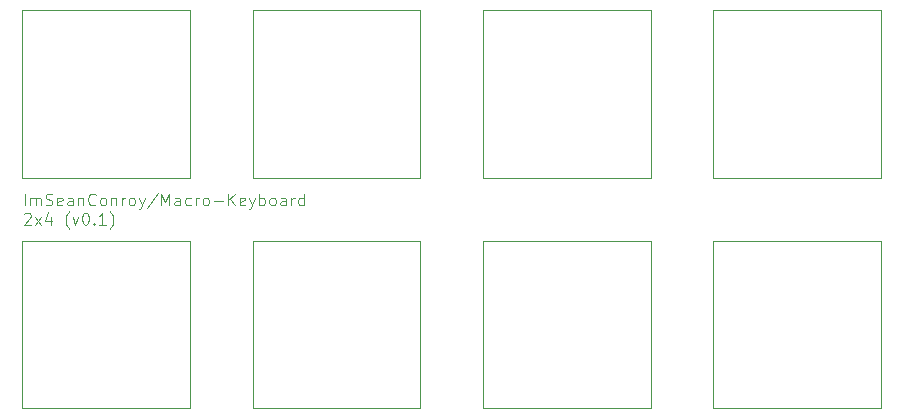
<source format=gbr>
G04 #@! TF.GenerationSoftware,KiCad,Pcbnew,8.0.6*
G04 #@! TF.CreationDate,2025-01-18T20:04:13+00:00*
G04 #@! TF.ProjectId,macro-keyboard,6d616372-6f2d-46b6-9579-626f6172642e,rev?*
G04 #@! TF.SameCoordinates,Original*
G04 #@! TF.FileFunction,Legend,Top*
G04 #@! TF.FilePolarity,Positive*
%FSLAX46Y46*%
G04 Gerber Fmt 4.6, Leading zero omitted, Abs format (unit mm)*
G04 Created by KiCad (PCBNEW 8.0.6) date 2025-01-18 20:04:13*
%MOMM*%
%LPD*%
G01*
G04 APERTURE LIST*
%ADD10C,0.100000*%
%ADD11C,0.120000*%
G04 APERTURE END LIST*
D10*
X110303884Y-98262475D02*
X110303884Y-97262475D01*
X110780074Y-98262475D02*
X110780074Y-97595808D01*
X110780074Y-97691046D02*
X110827693Y-97643427D01*
X110827693Y-97643427D02*
X110922931Y-97595808D01*
X110922931Y-97595808D02*
X111065788Y-97595808D01*
X111065788Y-97595808D02*
X111161026Y-97643427D01*
X111161026Y-97643427D02*
X111208645Y-97738665D01*
X111208645Y-97738665D02*
X111208645Y-98262475D01*
X111208645Y-97738665D02*
X111256264Y-97643427D01*
X111256264Y-97643427D02*
X111351502Y-97595808D01*
X111351502Y-97595808D02*
X111494359Y-97595808D01*
X111494359Y-97595808D02*
X111589598Y-97643427D01*
X111589598Y-97643427D02*
X111637217Y-97738665D01*
X111637217Y-97738665D02*
X111637217Y-98262475D01*
X112065788Y-98214856D02*
X112208645Y-98262475D01*
X112208645Y-98262475D02*
X112446740Y-98262475D01*
X112446740Y-98262475D02*
X112541978Y-98214856D01*
X112541978Y-98214856D02*
X112589597Y-98167236D01*
X112589597Y-98167236D02*
X112637216Y-98071998D01*
X112637216Y-98071998D02*
X112637216Y-97976760D01*
X112637216Y-97976760D02*
X112589597Y-97881522D01*
X112589597Y-97881522D02*
X112541978Y-97833903D01*
X112541978Y-97833903D02*
X112446740Y-97786284D01*
X112446740Y-97786284D02*
X112256264Y-97738665D01*
X112256264Y-97738665D02*
X112161026Y-97691046D01*
X112161026Y-97691046D02*
X112113407Y-97643427D01*
X112113407Y-97643427D02*
X112065788Y-97548189D01*
X112065788Y-97548189D02*
X112065788Y-97452951D01*
X112065788Y-97452951D02*
X112113407Y-97357713D01*
X112113407Y-97357713D02*
X112161026Y-97310094D01*
X112161026Y-97310094D02*
X112256264Y-97262475D01*
X112256264Y-97262475D02*
X112494359Y-97262475D01*
X112494359Y-97262475D02*
X112637216Y-97310094D01*
X113446740Y-98214856D02*
X113351502Y-98262475D01*
X113351502Y-98262475D02*
X113161026Y-98262475D01*
X113161026Y-98262475D02*
X113065788Y-98214856D01*
X113065788Y-98214856D02*
X113018169Y-98119617D01*
X113018169Y-98119617D02*
X113018169Y-97738665D01*
X113018169Y-97738665D02*
X113065788Y-97643427D01*
X113065788Y-97643427D02*
X113161026Y-97595808D01*
X113161026Y-97595808D02*
X113351502Y-97595808D01*
X113351502Y-97595808D02*
X113446740Y-97643427D01*
X113446740Y-97643427D02*
X113494359Y-97738665D01*
X113494359Y-97738665D02*
X113494359Y-97833903D01*
X113494359Y-97833903D02*
X113018169Y-97929141D01*
X114351502Y-98262475D02*
X114351502Y-97738665D01*
X114351502Y-97738665D02*
X114303883Y-97643427D01*
X114303883Y-97643427D02*
X114208645Y-97595808D01*
X114208645Y-97595808D02*
X114018169Y-97595808D01*
X114018169Y-97595808D02*
X113922931Y-97643427D01*
X114351502Y-98214856D02*
X114256264Y-98262475D01*
X114256264Y-98262475D02*
X114018169Y-98262475D01*
X114018169Y-98262475D02*
X113922931Y-98214856D01*
X113922931Y-98214856D02*
X113875312Y-98119617D01*
X113875312Y-98119617D02*
X113875312Y-98024379D01*
X113875312Y-98024379D02*
X113922931Y-97929141D01*
X113922931Y-97929141D02*
X114018169Y-97881522D01*
X114018169Y-97881522D02*
X114256264Y-97881522D01*
X114256264Y-97881522D02*
X114351502Y-97833903D01*
X114827693Y-97595808D02*
X114827693Y-98262475D01*
X114827693Y-97691046D02*
X114875312Y-97643427D01*
X114875312Y-97643427D02*
X114970550Y-97595808D01*
X114970550Y-97595808D02*
X115113407Y-97595808D01*
X115113407Y-97595808D02*
X115208645Y-97643427D01*
X115208645Y-97643427D02*
X115256264Y-97738665D01*
X115256264Y-97738665D02*
X115256264Y-98262475D01*
X116303883Y-98167236D02*
X116256264Y-98214856D01*
X116256264Y-98214856D02*
X116113407Y-98262475D01*
X116113407Y-98262475D02*
X116018169Y-98262475D01*
X116018169Y-98262475D02*
X115875312Y-98214856D01*
X115875312Y-98214856D02*
X115780074Y-98119617D01*
X115780074Y-98119617D02*
X115732455Y-98024379D01*
X115732455Y-98024379D02*
X115684836Y-97833903D01*
X115684836Y-97833903D02*
X115684836Y-97691046D01*
X115684836Y-97691046D02*
X115732455Y-97500570D01*
X115732455Y-97500570D02*
X115780074Y-97405332D01*
X115780074Y-97405332D02*
X115875312Y-97310094D01*
X115875312Y-97310094D02*
X116018169Y-97262475D01*
X116018169Y-97262475D02*
X116113407Y-97262475D01*
X116113407Y-97262475D02*
X116256264Y-97310094D01*
X116256264Y-97310094D02*
X116303883Y-97357713D01*
X116875312Y-98262475D02*
X116780074Y-98214856D01*
X116780074Y-98214856D02*
X116732455Y-98167236D01*
X116732455Y-98167236D02*
X116684836Y-98071998D01*
X116684836Y-98071998D02*
X116684836Y-97786284D01*
X116684836Y-97786284D02*
X116732455Y-97691046D01*
X116732455Y-97691046D02*
X116780074Y-97643427D01*
X116780074Y-97643427D02*
X116875312Y-97595808D01*
X116875312Y-97595808D02*
X117018169Y-97595808D01*
X117018169Y-97595808D02*
X117113407Y-97643427D01*
X117113407Y-97643427D02*
X117161026Y-97691046D01*
X117161026Y-97691046D02*
X117208645Y-97786284D01*
X117208645Y-97786284D02*
X117208645Y-98071998D01*
X117208645Y-98071998D02*
X117161026Y-98167236D01*
X117161026Y-98167236D02*
X117113407Y-98214856D01*
X117113407Y-98214856D02*
X117018169Y-98262475D01*
X117018169Y-98262475D02*
X116875312Y-98262475D01*
X117637217Y-97595808D02*
X117637217Y-98262475D01*
X117637217Y-97691046D02*
X117684836Y-97643427D01*
X117684836Y-97643427D02*
X117780074Y-97595808D01*
X117780074Y-97595808D02*
X117922931Y-97595808D01*
X117922931Y-97595808D02*
X118018169Y-97643427D01*
X118018169Y-97643427D02*
X118065788Y-97738665D01*
X118065788Y-97738665D02*
X118065788Y-98262475D01*
X118541979Y-98262475D02*
X118541979Y-97595808D01*
X118541979Y-97786284D02*
X118589598Y-97691046D01*
X118589598Y-97691046D02*
X118637217Y-97643427D01*
X118637217Y-97643427D02*
X118732455Y-97595808D01*
X118732455Y-97595808D02*
X118827693Y-97595808D01*
X119303884Y-98262475D02*
X119208646Y-98214856D01*
X119208646Y-98214856D02*
X119161027Y-98167236D01*
X119161027Y-98167236D02*
X119113408Y-98071998D01*
X119113408Y-98071998D02*
X119113408Y-97786284D01*
X119113408Y-97786284D02*
X119161027Y-97691046D01*
X119161027Y-97691046D02*
X119208646Y-97643427D01*
X119208646Y-97643427D02*
X119303884Y-97595808D01*
X119303884Y-97595808D02*
X119446741Y-97595808D01*
X119446741Y-97595808D02*
X119541979Y-97643427D01*
X119541979Y-97643427D02*
X119589598Y-97691046D01*
X119589598Y-97691046D02*
X119637217Y-97786284D01*
X119637217Y-97786284D02*
X119637217Y-98071998D01*
X119637217Y-98071998D02*
X119589598Y-98167236D01*
X119589598Y-98167236D02*
X119541979Y-98214856D01*
X119541979Y-98214856D02*
X119446741Y-98262475D01*
X119446741Y-98262475D02*
X119303884Y-98262475D01*
X119970551Y-97595808D02*
X120208646Y-98262475D01*
X120446741Y-97595808D02*
X120208646Y-98262475D01*
X120208646Y-98262475D02*
X120113408Y-98500570D01*
X120113408Y-98500570D02*
X120065789Y-98548189D01*
X120065789Y-98548189D02*
X119970551Y-98595808D01*
X121541979Y-97214856D02*
X120684837Y-98500570D01*
X121875313Y-98262475D02*
X121875313Y-97262475D01*
X121875313Y-97262475D02*
X122208646Y-97976760D01*
X122208646Y-97976760D02*
X122541979Y-97262475D01*
X122541979Y-97262475D02*
X122541979Y-98262475D01*
X123446741Y-98262475D02*
X123446741Y-97738665D01*
X123446741Y-97738665D02*
X123399122Y-97643427D01*
X123399122Y-97643427D02*
X123303884Y-97595808D01*
X123303884Y-97595808D02*
X123113408Y-97595808D01*
X123113408Y-97595808D02*
X123018170Y-97643427D01*
X123446741Y-98214856D02*
X123351503Y-98262475D01*
X123351503Y-98262475D02*
X123113408Y-98262475D01*
X123113408Y-98262475D02*
X123018170Y-98214856D01*
X123018170Y-98214856D02*
X122970551Y-98119617D01*
X122970551Y-98119617D02*
X122970551Y-98024379D01*
X122970551Y-98024379D02*
X123018170Y-97929141D01*
X123018170Y-97929141D02*
X123113408Y-97881522D01*
X123113408Y-97881522D02*
X123351503Y-97881522D01*
X123351503Y-97881522D02*
X123446741Y-97833903D01*
X124351503Y-98214856D02*
X124256265Y-98262475D01*
X124256265Y-98262475D02*
X124065789Y-98262475D01*
X124065789Y-98262475D02*
X123970551Y-98214856D01*
X123970551Y-98214856D02*
X123922932Y-98167236D01*
X123922932Y-98167236D02*
X123875313Y-98071998D01*
X123875313Y-98071998D02*
X123875313Y-97786284D01*
X123875313Y-97786284D02*
X123922932Y-97691046D01*
X123922932Y-97691046D02*
X123970551Y-97643427D01*
X123970551Y-97643427D02*
X124065789Y-97595808D01*
X124065789Y-97595808D02*
X124256265Y-97595808D01*
X124256265Y-97595808D02*
X124351503Y-97643427D01*
X124780075Y-98262475D02*
X124780075Y-97595808D01*
X124780075Y-97786284D02*
X124827694Y-97691046D01*
X124827694Y-97691046D02*
X124875313Y-97643427D01*
X124875313Y-97643427D02*
X124970551Y-97595808D01*
X124970551Y-97595808D02*
X125065789Y-97595808D01*
X125541980Y-98262475D02*
X125446742Y-98214856D01*
X125446742Y-98214856D02*
X125399123Y-98167236D01*
X125399123Y-98167236D02*
X125351504Y-98071998D01*
X125351504Y-98071998D02*
X125351504Y-97786284D01*
X125351504Y-97786284D02*
X125399123Y-97691046D01*
X125399123Y-97691046D02*
X125446742Y-97643427D01*
X125446742Y-97643427D02*
X125541980Y-97595808D01*
X125541980Y-97595808D02*
X125684837Y-97595808D01*
X125684837Y-97595808D02*
X125780075Y-97643427D01*
X125780075Y-97643427D02*
X125827694Y-97691046D01*
X125827694Y-97691046D02*
X125875313Y-97786284D01*
X125875313Y-97786284D02*
X125875313Y-98071998D01*
X125875313Y-98071998D02*
X125827694Y-98167236D01*
X125827694Y-98167236D02*
X125780075Y-98214856D01*
X125780075Y-98214856D02*
X125684837Y-98262475D01*
X125684837Y-98262475D02*
X125541980Y-98262475D01*
X126303885Y-97881522D02*
X127065790Y-97881522D01*
X127541980Y-98262475D02*
X127541980Y-97262475D01*
X128113408Y-98262475D02*
X127684837Y-97691046D01*
X128113408Y-97262475D02*
X127541980Y-97833903D01*
X128922932Y-98214856D02*
X128827694Y-98262475D01*
X128827694Y-98262475D02*
X128637218Y-98262475D01*
X128637218Y-98262475D02*
X128541980Y-98214856D01*
X128541980Y-98214856D02*
X128494361Y-98119617D01*
X128494361Y-98119617D02*
X128494361Y-97738665D01*
X128494361Y-97738665D02*
X128541980Y-97643427D01*
X128541980Y-97643427D02*
X128637218Y-97595808D01*
X128637218Y-97595808D02*
X128827694Y-97595808D01*
X128827694Y-97595808D02*
X128922932Y-97643427D01*
X128922932Y-97643427D02*
X128970551Y-97738665D01*
X128970551Y-97738665D02*
X128970551Y-97833903D01*
X128970551Y-97833903D02*
X128494361Y-97929141D01*
X129303885Y-97595808D02*
X129541980Y-98262475D01*
X129780075Y-97595808D02*
X129541980Y-98262475D01*
X129541980Y-98262475D02*
X129446742Y-98500570D01*
X129446742Y-98500570D02*
X129399123Y-98548189D01*
X129399123Y-98548189D02*
X129303885Y-98595808D01*
X130161028Y-98262475D02*
X130161028Y-97262475D01*
X130161028Y-97643427D02*
X130256266Y-97595808D01*
X130256266Y-97595808D02*
X130446742Y-97595808D01*
X130446742Y-97595808D02*
X130541980Y-97643427D01*
X130541980Y-97643427D02*
X130589599Y-97691046D01*
X130589599Y-97691046D02*
X130637218Y-97786284D01*
X130637218Y-97786284D02*
X130637218Y-98071998D01*
X130637218Y-98071998D02*
X130589599Y-98167236D01*
X130589599Y-98167236D02*
X130541980Y-98214856D01*
X130541980Y-98214856D02*
X130446742Y-98262475D01*
X130446742Y-98262475D02*
X130256266Y-98262475D01*
X130256266Y-98262475D02*
X130161028Y-98214856D01*
X131208647Y-98262475D02*
X131113409Y-98214856D01*
X131113409Y-98214856D02*
X131065790Y-98167236D01*
X131065790Y-98167236D02*
X131018171Y-98071998D01*
X131018171Y-98071998D02*
X131018171Y-97786284D01*
X131018171Y-97786284D02*
X131065790Y-97691046D01*
X131065790Y-97691046D02*
X131113409Y-97643427D01*
X131113409Y-97643427D02*
X131208647Y-97595808D01*
X131208647Y-97595808D02*
X131351504Y-97595808D01*
X131351504Y-97595808D02*
X131446742Y-97643427D01*
X131446742Y-97643427D02*
X131494361Y-97691046D01*
X131494361Y-97691046D02*
X131541980Y-97786284D01*
X131541980Y-97786284D02*
X131541980Y-98071998D01*
X131541980Y-98071998D02*
X131494361Y-98167236D01*
X131494361Y-98167236D02*
X131446742Y-98214856D01*
X131446742Y-98214856D02*
X131351504Y-98262475D01*
X131351504Y-98262475D02*
X131208647Y-98262475D01*
X132399123Y-98262475D02*
X132399123Y-97738665D01*
X132399123Y-97738665D02*
X132351504Y-97643427D01*
X132351504Y-97643427D02*
X132256266Y-97595808D01*
X132256266Y-97595808D02*
X132065790Y-97595808D01*
X132065790Y-97595808D02*
X131970552Y-97643427D01*
X132399123Y-98214856D02*
X132303885Y-98262475D01*
X132303885Y-98262475D02*
X132065790Y-98262475D01*
X132065790Y-98262475D02*
X131970552Y-98214856D01*
X131970552Y-98214856D02*
X131922933Y-98119617D01*
X131922933Y-98119617D02*
X131922933Y-98024379D01*
X131922933Y-98024379D02*
X131970552Y-97929141D01*
X131970552Y-97929141D02*
X132065790Y-97881522D01*
X132065790Y-97881522D02*
X132303885Y-97881522D01*
X132303885Y-97881522D02*
X132399123Y-97833903D01*
X132875314Y-98262475D02*
X132875314Y-97595808D01*
X132875314Y-97786284D02*
X132922933Y-97691046D01*
X132922933Y-97691046D02*
X132970552Y-97643427D01*
X132970552Y-97643427D02*
X133065790Y-97595808D01*
X133065790Y-97595808D02*
X133161028Y-97595808D01*
X133922933Y-98262475D02*
X133922933Y-97262475D01*
X133922933Y-98214856D02*
X133827695Y-98262475D01*
X133827695Y-98262475D02*
X133637219Y-98262475D01*
X133637219Y-98262475D02*
X133541981Y-98214856D01*
X133541981Y-98214856D02*
X133494362Y-98167236D01*
X133494362Y-98167236D02*
X133446743Y-98071998D01*
X133446743Y-98071998D02*
X133446743Y-97786284D01*
X133446743Y-97786284D02*
X133494362Y-97691046D01*
X133494362Y-97691046D02*
X133541981Y-97643427D01*
X133541981Y-97643427D02*
X133637219Y-97595808D01*
X133637219Y-97595808D02*
X133827695Y-97595808D01*
X133827695Y-97595808D02*
X133922933Y-97643427D01*
X110256265Y-98967657D02*
X110303884Y-98920038D01*
X110303884Y-98920038D02*
X110399122Y-98872419D01*
X110399122Y-98872419D02*
X110637217Y-98872419D01*
X110637217Y-98872419D02*
X110732455Y-98920038D01*
X110732455Y-98920038D02*
X110780074Y-98967657D01*
X110780074Y-98967657D02*
X110827693Y-99062895D01*
X110827693Y-99062895D02*
X110827693Y-99158133D01*
X110827693Y-99158133D02*
X110780074Y-99300990D01*
X110780074Y-99300990D02*
X110208646Y-99872419D01*
X110208646Y-99872419D02*
X110827693Y-99872419D01*
X111161027Y-99872419D02*
X111684836Y-99205752D01*
X111161027Y-99205752D02*
X111684836Y-99872419D01*
X112494360Y-99205752D02*
X112494360Y-99872419D01*
X112256265Y-98824800D02*
X112018170Y-99539085D01*
X112018170Y-99539085D02*
X112637217Y-99539085D01*
X114065789Y-100253371D02*
X114018170Y-100205752D01*
X114018170Y-100205752D02*
X113922932Y-100062895D01*
X113922932Y-100062895D02*
X113875313Y-99967657D01*
X113875313Y-99967657D02*
X113827694Y-99824800D01*
X113827694Y-99824800D02*
X113780075Y-99586704D01*
X113780075Y-99586704D02*
X113780075Y-99396228D01*
X113780075Y-99396228D02*
X113827694Y-99158133D01*
X113827694Y-99158133D02*
X113875313Y-99015276D01*
X113875313Y-99015276D02*
X113922932Y-98920038D01*
X113922932Y-98920038D02*
X114018170Y-98777180D01*
X114018170Y-98777180D02*
X114065789Y-98729561D01*
X114351504Y-99205752D02*
X114589599Y-99872419D01*
X114589599Y-99872419D02*
X114827694Y-99205752D01*
X115399123Y-98872419D02*
X115494361Y-98872419D01*
X115494361Y-98872419D02*
X115589599Y-98920038D01*
X115589599Y-98920038D02*
X115637218Y-98967657D01*
X115637218Y-98967657D02*
X115684837Y-99062895D01*
X115684837Y-99062895D02*
X115732456Y-99253371D01*
X115732456Y-99253371D02*
X115732456Y-99491466D01*
X115732456Y-99491466D02*
X115684837Y-99681942D01*
X115684837Y-99681942D02*
X115637218Y-99777180D01*
X115637218Y-99777180D02*
X115589599Y-99824800D01*
X115589599Y-99824800D02*
X115494361Y-99872419D01*
X115494361Y-99872419D02*
X115399123Y-99872419D01*
X115399123Y-99872419D02*
X115303885Y-99824800D01*
X115303885Y-99824800D02*
X115256266Y-99777180D01*
X115256266Y-99777180D02*
X115208647Y-99681942D01*
X115208647Y-99681942D02*
X115161028Y-99491466D01*
X115161028Y-99491466D02*
X115161028Y-99253371D01*
X115161028Y-99253371D02*
X115208647Y-99062895D01*
X115208647Y-99062895D02*
X115256266Y-98967657D01*
X115256266Y-98967657D02*
X115303885Y-98920038D01*
X115303885Y-98920038D02*
X115399123Y-98872419D01*
X116161028Y-99777180D02*
X116208647Y-99824800D01*
X116208647Y-99824800D02*
X116161028Y-99872419D01*
X116161028Y-99872419D02*
X116113409Y-99824800D01*
X116113409Y-99824800D02*
X116161028Y-99777180D01*
X116161028Y-99777180D02*
X116161028Y-99872419D01*
X117161027Y-99872419D02*
X116589599Y-99872419D01*
X116875313Y-99872419D02*
X116875313Y-98872419D01*
X116875313Y-98872419D02*
X116780075Y-99015276D01*
X116780075Y-99015276D02*
X116684837Y-99110514D01*
X116684837Y-99110514D02*
X116589599Y-99158133D01*
X117494361Y-100253371D02*
X117541980Y-100205752D01*
X117541980Y-100205752D02*
X117637218Y-100062895D01*
X117637218Y-100062895D02*
X117684837Y-99967657D01*
X117684837Y-99967657D02*
X117732456Y-99824800D01*
X117732456Y-99824800D02*
X117780075Y-99586704D01*
X117780075Y-99586704D02*
X117780075Y-99396228D01*
X117780075Y-99396228D02*
X117732456Y-99158133D01*
X117732456Y-99158133D02*
X117684837Y-99015276D01*
X117684837Y-99015276D02*
X117637218Y-98920038D01*
X117637218Y-98920038D02*
X117541980Y-98777180D01*
X117541980Y-98777180D02*
X117494361Y-98729561D01*
D11*
X110083623Y-101233623D02*
X110083623Y-115433623D01*
X110083623Y-115433623D02*
X124283623Y-115433623D01*
X124283623Y-101233623D02*
X110083623Y-101233623D01*
X124283623Y-115433623D02*
X124283623Y-101233623D01*
X129583623Y-101233623D02*
X129583623Y-115433623D01*
X129583623Y-115433623D02*
X143783623Y-115433623D01*
X143783623Y-101233623D02*
X129583623Y-101233623D01*
X143783623Y-115433623D02*
X143783623Y-101233623D01*
X168583623Y-81733623D02*
X168583623Y-95933623D01*
X168583623Y-95933623D02*
X182783623Y-95933623D01*
X182783623Y-81733623D02*
X168583623Y-81733623D01*
X182783623Y-95933623D02*
X182783623Y-81733623D01*
X110083623Y-81733623D02*
X110083623Y-95933623D01*
X110083623Y-95933623D02*
X124283623Y-95933623D01*
X124283623Y-81733623D02*
X110083623Y-81733623D01*
X124283623Y-95933623D02*
X124283623Y-81733623D01*
X149083623Y-101233623D02*
X149083623Y-115433623D01*
X149083623Y-115433623D02*
X163283623Y-115433623D01*
X163283623Y-101233623D02*
X149083623Y-101233623D01*
X163283623Y-115433623D02*
X163283623Y-101233623D01*
X168583623Y-101233623D02*
X168583623Y-115433623D01*
X168583623Y-115433623D02*
X182783623Y-115433623D01*
X182783623Y-101233623D02*
X168583623Y-101233623D01*
X182783623Y-115433623D02*
X182783623Y-101233623D01*
X149083623Y-81733623D02*
X149083623Y-95933623D01*
X149083623Y-95933623D02*
X163283623Y-95933623D01*
X163283623Y-81733623D02*
X149083623Y-81733623D01*
X163283623Y-95933623D02*
X163283623Y-81733623D01*
X129583623Y-81733623D02*
X129583623Y-95933623D01*
X129583623Y-95933623D02*
X143783623Y-95933623D01*
X143783623Y-81733623D02*
X129583623Y-81733623D01*
X143783623Y-95933623D02*
X143783623Y-81733623D01*
M02*

</source>
